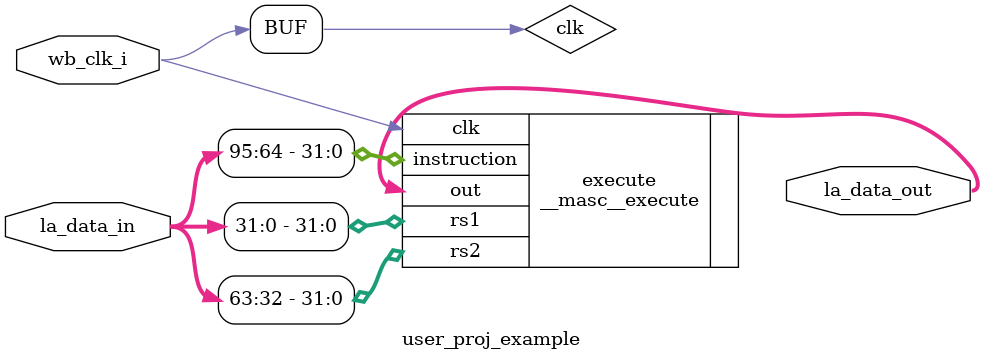
<source format=v>

`default_nettype none
/*
 *-------------------------------------------------------------
 *
 * user_proj_example
 *
 * This is an example of a (trivially simple) user project,
 * showing how the user project can connect to the logic
 * analyzer, the wishbone bus, and the I/O pads.
 *
 * This project generates an integer count, which is output
 * on the user area GPIO pads (digital output only).  The
 * wishbone connection allows the project to be controlled
 * (start and stop) from the management SoC program.
 *
 * See the testbenches in directory "mprj_counter" for the
 * example programs that drive this user project.  The three
 * testbenches are "io_ports", "la_test1", and "la_test2".
 *
 *-------------------------------------------------------------
 */

module user_proj_example #(
    parameter BITS = 16
)(
`ifdef USE_POWER_PINS
    inout vccd1,	// User area 1 1.8V supply
    inout vssd1,	// User area 1 digital ground
`endif

    // Wishbone Slave ports (WB MI A)
    input wb_clk_i,
    //input wb_rst_i,
    //input wbs_stb_i,
    //input wbs_cyc_i,
    //input wbs_we_i,
    //input [3:0] wbs_sel_i,
    //input [31:0] wbs_dat_i,
    //input [31:0] wbs_adr_i,
    //output wbs_ack_o,
    //output [31:0] wbs_dat_o,

    // Logic Analyzer Signals
    input  [95:0] la_data_in,
    output [32:0] la_data_out
    //input  [127:0] la_oenb,

    // IOs
    //input  [BITS-1:0] io_in,
    //output [BITS-1:0] io_out,
    //output [BITS-1:0] io_oeb,

    // IRQ
    //output [2:0] irq
);
    wire clk;
    //wire rst;

    //wire [BITS-1:0] rdata; 
    //wire [BITS-1:0] wdata;
    //wire [BITS-1:0] count;

    //wire valid;
    //wire [3:0] wstrb;
    //wire [BITS-1:0] la_write;

    // WB MI A
    //assign valid = wbs_cyc_i && wbs_stb_i; 
    //assign wstrb = wbs_sel_i & {4{wbs_we_i}};
    //assign wbs_dat_o = 'b0; //{{(32-BITS){1'b0}}, rdata};
    //assign wdata = wbs_dat_i[BITS-1:0];

    // IO
    //assign io_out = 'b0; //count;
    //assign io_oeb = 'b0; //{(BITS){rst}};

    // IRQ
    //assign irq = 3'b000;	// Unused

    // LA
    //wire [32:0] result;
    //assign la_data_out = {{{128-33}{1'b0}}, result}; //{{(128-BITS){1'b0}}, count};
    // Assuming LA probes [63:32] are for controlling the count register  
    //assign la_write = ~la_oenb[63:64-BITS] & ~{BITS{valid}};
    // Assuming LA probes [65:64] are for controlling the count clk & reset  
    assign clk = wb_clk_i; //(~la_oenb[64]) ? la_data_in[64]: wb_clk_i;
    //assign rst = wb_rst_i; //(~la_oenb[65]) ? la_data_in[65]: wb_rst_i;

    /*counter #(
        .BITS(BITS)
    ) counter(
        .clk(clk),
        .reset(rst),
        .ready(wbs_ack_o),
        .valid(valid),
        .rdata(rdata),
        .wdata(wbs_dat_i[BITS-1:0]),
        .wstrb(wstrb),
        .la_write(la_write),
        .la_input(la_data_in[63:64-BITS]),
        .count(count)
    );*/

    //wbs_ack_o = 'b0;
    // LA data in will be {insn, rs2, rs1}
    __masc__execute execute(
      .clk(clk),
      .instruction(la_data_in[95:64]),
      .rs1(la_data_in[31:0]),
      .rs2(la_data_in[63:32]),
      .out(la_data_out)
    );
endmodule

/*module counter #(
    parameter BITS = 16
)(
    input clk,
    input reset,
    input valid,
    input [3:0] wstrb,
    input [BITS-1:0] wdata,
    input [BITS-1:0] la_write,
    input [BITS-1:0] la_input,
    output reg ready,
    output reg [BITS-1:0] rdata,
    output reg [BITS-1:0] count
);

    always @(posedge clk) begin
        if (reset) begin
            count <= 0;
            ready <= 0;
        end else begin
            ready <= 1'b0;
            if (~|la_write) begin
                count <= count + 1;
            end
            if (valid && !ready) begin
                ready <= 1'b1;
                rdata <= count;
                if (wstrb[0]) count[7:0]   <= wdata[7:0];
                if (wstrb[1]) count[15:8]  <= wdata[15:8];
            end else if (|la_write) begin
                count <= la_write & la_input;
            end
        end
    end

endmodule*/
`default_nettype wire

</source>
